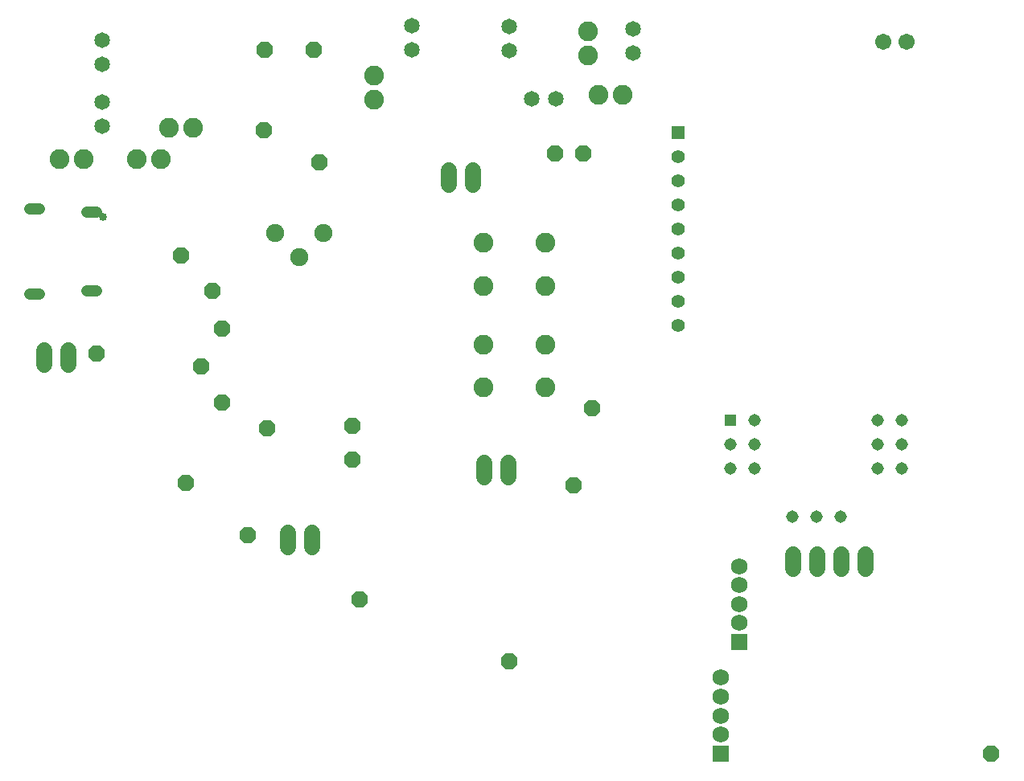
<source format=gbr>
G04 EAGLE Gerber RS-274X export*
G75*
%MOMM*%
%FSLAX34Y34*%
%LPD*%
%INSoldermask Bottom*%
%IPPOS*%
%AMOC8*
5,1,8,0,0,1.08239X$1,22.5*%
G01*
G04 Define Apertures*
%ADD10C,1.903200*%
%ADD11R,1.411200X1.411200*%
%ADD12C,1.411200*%
%ADD13R,1.311200X1.311200*%
%ADD14C,1.311200*%
%ADD15C,1.211200*%
%ADD16C,0.853200*%
%ADD17C,2.082800*%
%ADD18P,1.8695X8X22.5*%
%ADD19C,1.727200*%
%ADD20R,1.727200X1.727200*%
%ADD21C,1.727200*%
%ADD22C,1.653200*%
%ADD23C,1.711200*%
D10*
X186100Y1063400D03*
X211500Y1038000D03*
X236900Y1063400D03*
D11*
X610800Y1169700D03*
D12*
X610800Y1144300D03*
X610800Y1118900D03*
X610800Y1093500D03*
X610800Y1068100D03*
X610800Y1042700D03*
X610800Y1017300D03*
X610800Y991900D03*
X610800Y966500D03*
D13*
X665800Y865800D03*
D14*
X665800Y840400D03*
X665800Y815000D03*
X691200Y865800D03*
X691200Y840400D03*
X691200Y815000D03*
X730400Y764400D03*
X755800Y764400D03*
X781200Y764400D03*
X820400Y815000D03*
X820400Y840400D03*
X820400Y865800D03*
X845800Y815000D03*
X845800Y840400D03*
X845800Y865800D03*
D15*
X-61464Y1088943D02*
X-71544Y1088943D01*
X-71544Y999143D02*
X-61464Y999143D01*
X-12044Y1002743D02*
X-1964Y1002743D01*
X-1964Y1085343D02*
X-12044Y1085343D01*
D16*
X5496Y1080043D03*
D17*
X405388Y945906D03*
X470412Y945906D03*
X405388Y900694D03*
X470412Y900694D03*
X470512Y1007694D03*
X405488Y1007694D03*
X470512Y1052906D03*
X405488Y1052906D03*
D18*
X87500Y1040000D03*
X-1500Y936500D03*
D19*
X-56700Y939620D02*
X-56700Y924380D01*
X-31300Y924380D02*
X-31300Y939620D01*
D18*
X108000Y922500D03*
X130000Y962500D03*
X480500Y1147500D03*
X120000Y1002500D03*
X92500Y800000D03*
X177500Y857500D03*
D19*
X199800Y747620D02*
X199800Y732380D01*
X225200Y732380D02*
X225200Y747620D01*
D18*
X157500Y745000D03*
X130000Y885000D03*
X500000Y797500D03*
X432500Y612500D03*
X510500Y1147500D03*
D20*
X655000Y515000D03*
D21*
X655000Y555000D03*
X655000Y535000D03*
X655000Y575000D03*
X655000Y595000D03*
D20*
X675000Y632500D03*
D21*
X675000Y672500D03*
X675000Y652500D03*
X675000Y692500D03*
X675000Y712500D03*
D18*
X519500Y878500D03*
D19*
X394700Y1113880D02*
X394700Y1129120D01*
X369300Y1129120D02*
X369300Y1113880D01*
D18*
X275000Y677500D03*
D19*
X431700Y806380D02*
X431700Y821620D01*
X406300Y821620D02*
X406300Y806380D01*
D18*
X940000Y515000D03*
X267500Y860000D03*
X267500Y825000D03*
X233000Y1138000D03*
X174500Y1172000D03*
X175500Y1256500D03*
X226500Y1256500D03*
D17*
X-40700Y1141000D03*
X-15300Y1141000D03*
D22*
X4000Y1201700D03*
X4000Y1176300D03*
D17*
X65700Y1141000D03*
X40300Y1141000D03*
D22*
X4000Y1266700D03*
X4000Y1241300D03*
D17*
X99700Y1174000D03*
X74300Y1174000D03*
X290000Y1229700D03*
X290000Y1204300D03*
D22*
X330000Y1256300D03*
X330000Y1281700D03*
X563000Y1253300D03*
X563000Y1278700D03*
D17*
X516000Y1250300D03*
X516000Y1275700D03*
D22*
X433000Y1255300D03*
X433000Y1280700D03*
X481700Y1205000D03*
X456300Y1205000D03*
D17*
X551700Y1209000D03*
X526300Y1209000D03*
D23*
X826000Y1265300D03*
X851000Y1265300D03*
D19*
X731900Y724620D02*
X731900Y709380D01*
X757300Y709380D02*
X757300Y724620D01*
X782700Y724620D02*
X782700Y709380D01*
X808100Y709380D02*
X808100Y724620D01*
M02*

</source>
